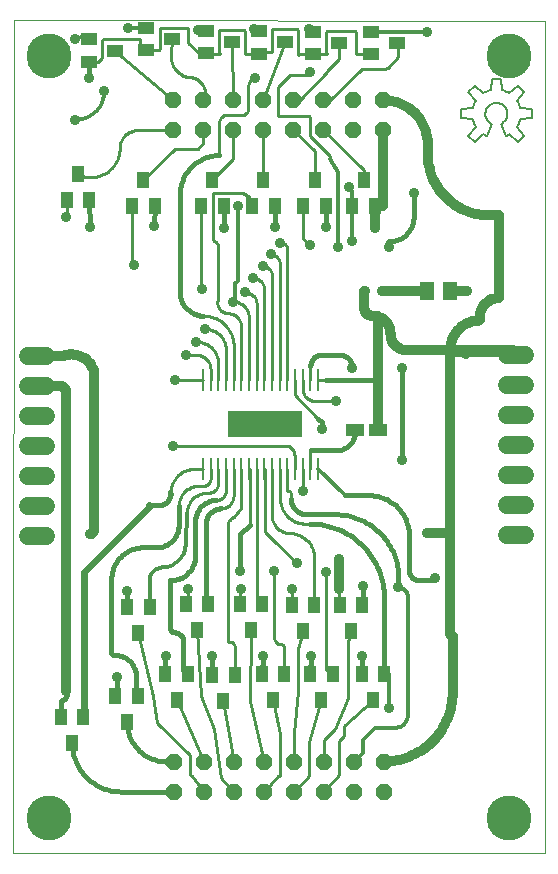
<source format=gtl>
G75*
G70*
%OFA0B0*%
%FSLAX24Y24*%
%IPPOS*%
%LPD*%
%AMOC8*
5,1,8,0,0,1.08239X$1,22.5*
%
%ADD10C,0.0000*%
%ADD11OC8,0.0560*%
%ADD12R,0.0394X0.0551*%
%ADD13R,0.0551X0.0394*%
%ADD14C,0.0600*%
%ADD15R,0.0315X0.0315*%
%ADD16R,0.0512X0.0630*%
%ADD17R,0.0110X0.0780*%
%ADD18R,0.2500X0.0900*%
%ADD19C,0.0436*%
%ADD20R,0.0591X0.0394*%
%ADD21C,0.0160*%
%ADD22C,0.0100*%
%ADD23C,0.0079*%
%ADD24C,0.1502*%
%ADD25C,0.0356*%
%ADD26C,0.0320*%
%ADD27C,0.0120*%
%ADD28C,0.0060*%
%ADD29C,0.0240*%
D10*
X001415Y000100D02*
X001454Y027856D01*
X019132Y027844D01*
X019132Y000100D01*
X001415Y000100D01*
D11*
X006769Y002155D03*
X006769Y003155D03*
X007769Y003155D03*
X007769Y002155D03*
X008769Y002155D03*
X008769Y003155D03*
X009769Y003155D03*
X009769Y002155D03*
X010769Y002155D03*
X010769Y003155D03*
X011769Y003155D03*
X011769Y002155D03*
X012769Y002155D03*
X012769Y003155D03*
X013769Y003155D03*
X013769Y002155D03*
X013754Y024198D03*
X013754Y025198D03*
X012754Y025198D03*
X012754Y024198D03*
X011754Y024198D03*
X011754Y025198D03*
X010754Y025198D03*
X010754Y024198D03*
X009754Y024198D03*
X009754Y025198D03*
X008754Y025198D03*
X008754Y024198D03*
X007754Y024198D03*
X007754Y025198D03*
X006754Y025198D03*
X006754Y024198D03*
D12*
X005754Y022529D03*
X006128Y021663D03*
X005380Y021663D03*
X003946Y021860D03*
X003572Y022726D03*
X003198Y021860D03*
X007679Y021663D03*
X008427Y021663D03*
X008053Y022529D03*
X009380Y021671D03*
X009754Y022537D03*
X010128Y021671D03*
X011088Y021671D03*
X011462Y022537D03*
X011836Y021671D03*
X012718Y021671D03*
X013092Y022537D03*
X013466Y021671D03*
X013041Y008387D03*
X012667Y007521D03*
X012293Y008387D03*
X011443Y008387D03*
X011069Y007521D03*
X010694Y008387D03*
X009718Y008395D03*
X009344Y007529D03*
X008970Y008395D03*
X007911Y008395D03*
X007537Y007529D03*
X007163Y008395D03*
X005958Y008317D03*
X005584Y007450D03*
X005210Y008317D03*
X006482Y006072D03*
X006856Y005206D03*
X007230Y006072D03*
X008041Y006033D03*
X008415Y005167D03*
X008789Y006033D03*
X009706Y006072D03*
X010080Y005206D03*
X010454Y006072D03*
X011313Y006065D03*
X011687Y005198D03*
X012061Y006065D03*
X013029Y006065D03*
X013403Y005198D03*
X013777Y006065D03*
X005569Y005348D03*
X005194Y004482D03*
X004820Y005348D03*
X003746Y004639D03*
X003372Y003773D03*
X002998Y004639D03*
D13*
X003923Y026478D03*
X003923Y027226D03*
X004789Y026852D03*
X005852Y026856D03*
X005852Y027604D03*
X006718Y027230D03*
X007828Y027517D03*
X007828Y026769D03*
X008694Y027143D03*
X009600Y027502D03*
X009600Y026754D03*
X010466Y027128D03*
X011411Y027486D03*
X011411Y026738D03*
X012277Y027112D03*
X013348Y027478D03*
X013348Y026730D03*
X014214Y027104D03*
D14*
X017887Y016722D02*
X018487Y016722D01*
X018487Y015722D02*
X017887Y015722D01*
X017887Y014722D02*
X018487Y014722D01*
X018487Y013722D02*
X017887Y013722D01*
X017887Y012722D02*
X018487Y012722D01*
X018487Y011722D02*
X017887Y011722D01*
X017887Y010722D02*
X018487Y010722D01*
X002502Y010683D02*
X001902Y010683D01*
X001902Y011683D02*
X002502Y011683D01*
X002502Y012683D02*
X001902Y012683D01*
X001902Y013683D02*
X002502Y013683D01*
X002502Y014683D02*
X001902Y014683D01*
X001902Y015683D02*
X002502Y015683D01*
X002502Y016683D02*
X001902Y016683D01*
D15*
X013128Y018840D03*
X013718Y018840D03*
D16*
X015214Y018840D03*
X015962Y018840D03*
D17*
X011572Y015868D03*
X011317Y015868D03*
X011061Y015868D03*
X010805Y015868D03*
X010549Y015868D03*
X010293Y015868D03*
X010037Y015868D03*
X009781Y015868D03*
X009525Y015868D03*
X009269Y015868D03*
X009013Y015868D03*
X008757Y015868D03*
X008502Y015868D03*
X008246Y015868D03*
X007990Y015868D03*
X007734Y015868D03*
X007734Y012915D03*
X007990Y012915D03*
X008246Y012915D03*
X008502Y012915D03*
X008757Y012915D03*
X009013Y012915D03*
X009269Y012915D03*
X009525Y012915D03*
X009781Y012915D03*
X010037Y012915D03*
X010293Y012915D03*
X010549Y012915D03*
X010805Y012915D03*
X011061Y012915D03*
X011317Y012915D03*
X011572Y012915D03*
D18*
X009789Y014391D03*
D19*
X009446Y014194D03*
X009446Y014588D03*
X008856Y014588D03*
X008856Y014194D03*
X010037Y014194D03*
X010037Y014588D03*
X010628Y014588D03*
X010628Y014194D03*
D20*
X012817Y014194D03*
X013557Y014194D03*
D21*
X014368Y013210D02*
X014368Y016281D01*
X013557Y015887D02*
X011848Y015887D01*
X011317Y016340D02*
X011319Y016377D01*
X011324Y016413D01*
X011333Y016449D01*
X011345Y016483D01*
X011361Y016516D01*
X011380Y016548D01*
X011402Y016577D01*
X011427Y016604D01*
X011454Y016629D01*
X011483Y016651D01*
X011515Y016670D01*
X011548Y016686D01*
X011582Y016698D01*
X011618Y016707D01*
X011654Y016712D01*
X011691Y016714D01*
X012281Y016714D01*
X012321Y016712D01*
X012361Y016707D01*
X012399Y016697D01*
X012437Y016685D01*
X012474Y016669D01*
X012509Y016649D01*
X012542Y016627D01*
X012573Y016601D01*
X012601Y016573D01*
X012627Y016542D01*
X012649Y016509D01*
X012669Y016474D01*
X012685Y016437D01*
X012697Y016399D01*
X012707Y016361D01*
X012712Y016321D01*
X012714Y016281D01*
X011572Y014588D02*
X011691Y014470D01*
X011691Y014234D01*
X012147Y013525D02*
X012197Y013527D01*
X012247Y013532D01*
X012296Y013542D01*
X012344Y013555D01*
X012391Y013571D01*
X012437Y013591D01*
X012482Y013615D01*
X012524Y013641D01*
X012564Y013671D01*
X012602Y013704D01*
X012637Y013739D01*
X012670Y013777D01*
X012700Y013817D01*
X012726Y013860D01*
X012750Y013904D01*
X012770Y013950D01*
X012786Y013997D01*
X012799Y014045D01*
X012809Y014094D01*
X012814Y014144D01*
X012816Y014194D01*
X012147Y013525D02*
X011336Y013525D01*
X010667Y011911D02*
X010669Y011869D01*
X010674Y011827D01*
X010683Y011785D01*
X010695Y011745D01*
X010710Y011705D01*
X010729Y011667D01*
X010750Y011631D01*
X010775Y011597D01*
X010802Y011564D01*
X010832Y011534D01*
X010865Y011507D01*
X010899Y011482D01*
X010935Y011461D01*
X010973Y011442D01*
X011013Y011427D01*
X011053Y011415D01*
X011095Y011406D01*
X011137Y011401D01*
X011179Y011399D01*
X012124Y011399D01*
X012458Y012029D02*
X013226Y012029D01*
X013298Y012030D01*
X013371Y012026D01*
X013443Y012018D01*
X013514Y012007D01*
X013585Y011991D01*
X013655Y011972D01*
X013724Y011949D01*
X013791Y011922D01*
X013857Y011892D01*
X013921Y011858D01*
X013984Y011821D01*
X014044Y011780D01*
X014101Y011737D01*
X014157Y011690D01*
X014210Y011640D01*
X014260Y011587D01*
X014307Y011532D01*
X014351Y011475D01*
X014392Y011415D01*
X014429Y011353D01*
X014463Y011289D01*
X014494Y011223D01*
X014521Y011156D01*
X014544Y011087D01*
X014564Y011017D01*
X014579Y010946D01*
X014591Y010875D01*
X014599Y010803D01*
X014603Y010730D01*
X014604Y010730D02*
X014604Y009588D01*
X014919Y009194D02*
X015391Y009194D01*
X015406Y009196D01*
X015421Y009200D01*
X015435Y009207D01*
X015447Y009217D01*
X015457Y009229D01*
X015464Y009243D01*
X015468Y009258D01*
X015470Y009273D01*
X014919Y009194D02*
X014882Y009200D01*
X014846Y009210D01*
X014811Y009224D01*
X014778Y009241D01*
X014746Y009261D01*
X014718Y009285D01*
X014691Y009312D01*
X014668Y009341D01*
X014648Y009372D01*
X014631Y009406D01*
X014618Y009441D01*
X014608Y009477D01*
X014603Y009514D01*
X014601Y009551D01*
X014603Y009588D01*
X014250Y009273D02*
X014250Y008958D01*
X013777Y008604D02*
X013777Y006065D01*
X013029Y006065D02*
X013029Y006675D01*
X013041Y008387D02*
X013050Y008388D01*
X013057Y008392D01*
X013064Y008399D01*
X013068Y008406D01*
X013069Y008415D01*
X013069Y008998D01*
X014250Y009273D02*
X014248Y009374D01*
X014240Y009475D01*
X014228Y009576D01*
X014212Y009675D01*
X014190Y009774D01*
X014164Y009872D01*
X014133Y009968D01*
X014098Y010063D01*
X014058Y010156D01*
X014014Y010247D01*
X013965Y010336D01*
X013913Y010422D01*
X013856Y010506D01*
X013795Y010587D01*
X013731Y010665D01*
X013663Y010740D01*
X013591Y010812D01*
X013516Y010880D01*
X013438Y010944D01*
X013357Y011005D01*
X013273Y011062D01*
X013187Y011114D01*
X013098Y011163D01*
X013007Y011207D01*
X012914Y011247D01*
X012819Y011282D01*
X012723Y011313D01*
X012625Y011339D01*
X012526Y011361D01*
X012427Y011377D01*
X012326Y011389D01*
X012225Y011397D01*
X012124Y011399D01*
X011297Y011084D02*
X011415Y011081D01*
X011533Y011073D01*
X011650Y011059D01*
X011766Y011039D01*
X011882Y011014D01*
X011996Y010984D01*
X012108Y010948D01*
X012219Y010906D01*
X012327Y010860D01*
X012433Y010808D01*
X012537Y010752D01*
X012638Y010690D01*
X012736Y010624D01*
X012830Y010553D01*
X012921Y010478D01*
X013008Y010399D01*
X013092Y010315D01*
X013171Y010228D01*
X013246Y010137D01*
X013317Y010043D01*
X013383Y009945D01*
X013445Y009844D01*
X013501Y009740D01*
X013553Y009634D01*
X013599Y009526D01*
X013641Y009415D01*
X013677Y009303D01*
X013707Y009189D01*
X013732Y009073D01*
X013752Y008957D01*
X013766Y008840D01*
X013774Y008722D01*
X013777Y008604D01*
X011336Y006675D02*
X011313Y006065D01*
X009706Y006072D02*
X009722Y006675D01*
X008029Y006675D02*
X008041Y006033D01*
X007230Y006072D02*
X007207Y006074D01*
X007185Y006079D01*
X007164Y006088D01*
X007144Y006100D01*
X007127Y006115D01*
X007112Y006132D01*
X007100Y006152D01*
X007091Y006173D01*
X007086Y006195D01*
X007084Y006218D01*
X007084Y007147D01*
X007082Y007180D01*
X007077Y007212D01*
X007069Y007244D01*
X007057Y007275D01*
X007042Y007305D01*
X007024Y007332D01*
X007003Y007358D01*
X006980Y007381D01*
X006954Y007402D01*
X006927Y007420D01*
X006897Y007435D01*
X006866Y007447D01*
X006834Y007455D01*
X006802Y007460D01*
X006769Y007462D01*
X006749Y007464D01*
X006729Y007469D01*
X006710Y007478D01*
X006693Y007490D01*
X006679Y007504D01*
X006667Y007521D01*
X006658Y007540D01*
X006653Y007560D01*
X006651Y007580D01*
X006651Y009194D01*
X006707Y009196D01*
X006764Y009202D01*
X006819Y009211D01*
X006874Y009225D01*
X006928Y009242D01*
X006980Y009262D01*
X007031Y009287D01*
X007081Y009314D01*
X007128Y009345D01*
X007173Y009379D01*
X007215Y009417D01*
X007255Y009457D01*
X007293Y009499D01*
X007327Y009544D01*
X007358Y009591D01*
X007385Y009641D01*
X007410Y009692D01*
X007430Y009744D01*
X007447Y009798D01*
X007461Y009853D01*
X007470Y009908D01*
X007476Y009965D01*
X007478Y010021D01*
X007478Y011163D01*
X007832Y011084D02*
X007832Y008565D01*
X007911Y008395D01*
X008974Y009509D02*
X008974Y010730D01*
X009289Y011045D01*
X008344Y011596D02*
X008302Y011594D01*
X008260Y011589D01*
X008218Y011580D01*
X008178Y011568D01*
X008138Y011553D01*
X008100Y011534D01*
X008064Y011513D01*
X008030Y011488D01*
X007997Y011461D01*
X007967Y011431D01*
X007940Y011398D01*
X007915Y011364D01*
X007894Y011328D01*
X007875Y011290D01*
X007860Y011250D01*
X007848Y011210D01*
X007839Y011168D01*
X007834Y011126D01*
X007832Y011084D01*
X007478Y011163D02*
X007480Y011214D01*
X007485Y011264D01*
X007494Y011314D01*
X007507Y011363D01*
X007523Y011411D01*
X007542Y011458D01*
X007565Y011503D01*
X007591Y011546D01*
X007619Y011588D01*
X007651Y011627D01*
X007686Y011664D01*
X007723Y011699D01*
X007762Y011731D01*
X007804Y011759D01*
X007847Y011785D01*
X007892Y011808D01*
X007939Y011827D01*
X007987Y011843D01*
X008036Y011856D01*
X008086Y011865D01*
X008136Y011870D01*
X008187Y011872D01*
X006927Y011675D02*
X006927Y011084D01*
X006336Y011714D02*
X005943Y011714D01*
X006336Y011714D02*
X006373Y011721D01*
X006408Y011732D01*
X006442Y011747D01*
X006475Y011765D01*
X006506Y011786D01*
X006534Y011810D01*
X006560Y011836D01*
X006584Y011865D01*
X006604Y011896D01*
X006621Y011929D01*
X006635Y011964D01*
X006645Y011999D01*
X006652Y012036D01*
X006656Y012073D01*
X006655Y012110D01*
X006651Y012147D01*
X006927Y011084D02*
X006928Y011031D01*
X006925Y010978D01*
X006918Y010924D01*
X006908Y010872D01*
X006894Y010820D01*
X006876Y010770D01*
X006854Y010721D01*
X006830Y010674D01*
X006801Y010628D01*
X006770Y010585D01*
X006736Y010544D01*
X006699Y010506D01*
X006659Y010470D01*
X006616Y010437D01*
X006572Y010407D01*
X006526Y010381D01*
X006477Y010358D01*
X006427Y010338D01*
X006376Y010322D01*
X006324Y010310D01*
X006272Y010302D01*
X006218Y010297D01*
X005746Y010297D01*
X005682Y010295D01*
X005618Y010289D01*
X005554Y010280D01*
X005492Y010266D01*
X005430Y010249D01*
X005369Y010228D01*
X005310Y010203D01*
X005252Y010175D01*
X005196Y010144D01*
X005142Y010109D01*
X005090Y010071D01*
X005041Y010030D01*
X004994Y009986D01*
X004950Y009939D01*
X004909Y009890D01*
X004871Y009838D01*
X004836Y009784D01*
X004805Y009728D01*
X004777Y009670D01*
X004752Y009611D01*
X004731Y009550D01*
X004714Y009488D01*
X004700Y009426D01*
X004691Y009362D01*
X004685Y009298D01*
X004683Y009234D01*
X004683Y006793D01*
X004682Y006793D02*
X004684Y006778D01*
X004688Y006763D01*
X004695Y006749D01*
X004705Y006737D01*
X004717Y006727D01*
X004731Y006720D01*
X004746Y006716D01*
X004761Y006714D01*
X004814Y006712D01*
X004867Y006706D01*
X004920Y006697D01*
X004972Y006684D01*
X005022Y006667D01*
X005072Y006646D01*
X005119Y006623D01*
X005165Y006595D01*
X005209Y006565D01*
X005251Y006531D01*
X005290Y006495D01*
X005326Y006456D01*
X005360Y006414D01*
X005390Y006370D01*
X005418Y006324D01*
X005441Y006277D01*
X005462Y006227D01*
X005479Y006177D01*
X005492Y006125D01*
X005501Y006072D01*
X005507Y006019D01*
X005509Y005966D01*
X005509Y005407D01*
X005510Y005407D02*
X005511Y005394D01*
X005516Y005381D01*
X005523Y005370D01*
X005532Y005361D01*
X005543Y005354D01*
X005556Y005349D01*
X005569Y005348D01*
X004880Y005407D02*
X004880Y005966D01*
X004879Y005407D02*
X004878Y005394D01*
X004873Y005381D01*
X004866Y005370D01*
X004857Y005361D01*
X004846Y005354D01*
X004833Y005349D01*
X004820Y005348D01*
X003746Y004639D02*
X003742Y004640D01*
X003739Y004643D01*
X003738Y004647D01*
X002998Y004639D02*
X002998Y005171D01*
X003026Y005180D01*
X003053Y005192D01*
X003079Y005207D01*
X003103Y005225D01*
X003124Y005246D01*
X003143Y005268D01*
X003160Y005293D01*
X003173Y005320D01*
X003184Y005347D01*
X003191Y005376D01*
X003195Y005406D01*
X003196Y005435D01*
X003193Y005465D01*
X003187Y005494D01*
X003372Y003773D02*
X003374Y003694D01*
X003380Y003614D01*
X003390Y003536D01*
X003403Y003457D01*
X003420Y003380D01*
X003442Y003303D01*
X003467Y003228D01*
X003495Y003154D01*
X003527Y003081D01*
X003563Y003010D01*
X003602Y002941D01*
X003645Y002874D01*
X003690Y002809D01*
X003739Y002747D01*
X003791Y002686D01*
X003846Y002629D01*
X003903Y002574D01*
X003964Y002522D01*
X004026Y002473D01*
X004091Y002428D01*
X004158Y002385D01*
X004227Y002346D01*
X004298Y002310D01*
X004371Y002278D01*
X004445Y002250D01*
X004520Y002225D01*
X004597Y002203D01*
X004674Y002186D01*
X004753Y002173D01*
X004831Y002163D01*
X004911Y002157D01*
X004990Y002155D01*
X006769Y002155D01*
X006769Y003155D02*
X006521Y003155D01*
X006449Y003157D01*
X006378Y003163D01*
X006306Y003172D01*
X006236Y003186D01*
X006166Y003203D01*
X006097Y003224D01*
X006030Y003249D01*
X005964Y003278D01*
X005899Y003310D01*
X005837Y003345D01*
X005776Y003384D01*
X005718Y003426D01*
X005662Y003471D01*
X005608Y003519D01*
X005558Y003569D01*
X005510Y003623D01*
X005465Y003679D01*
X005423Y003737D01*
X005384Y003798D01*
X005349Y003860D01*
X005317Y003925D01*
X005288Y003991D01*
X005263Y004058D01*
X005242Y004127D01*
X005225Y004197D01*
X005211Y004267D01*
X005202Y004339D01*
X005196Y004410D01*
X005194Y004482D01*
X006482Y006072D02*
X006482Y006663D01*
X006494Y006675D01*
X005210Y008317D02*
X005210Y008824D01*
X005194Y008840D01*
X006966Y018801D02*
X006966Y022069D01*
X006128Y021663D02*
X006100Y021006D01*
X006967Y018801D02*
X006969Y018747D01*
X006974Y018694D01*
X006983Y018641D01*
X006996Y018589D01*
X007012Y018537D01*
X007032Y018487D01*
X007055Y018439D01*
X007082Y018392D01*
X007111Y018347D01*
X007144Y018304D01*
X007179Y018264D01*
X007217Y018226D01*
X007257Y018191D01*
X007300Y018158D01*
X007345Y018129D01*
X007392Y018102D01*
X007440Y018079D01*
X007490Y018059D01*
X007542Y018043D01*
X007594Y018030D01*
X007647Y018021D01*
X007700Y018016D01*
X007754Y018014D01*
X008423Y020927D02*
X008427Y021663D01*
X006966Y022069D02*
X006968Y022139D01*
X006974Y022209D01*
X006983Y022279D01*
X006996Y022348D01*
X007013Y022417D01*
X007034Y022484D01*
X007058Y022550D01*
X007086Y022614D01*
X007117Y022677D01*
X007152Y022739D01*
X007190Y022798D01*
X007231Y022855D01*
X007275Y022910D01*
X007322Y022962D01*
X007372Y023012D01*
X007424Y023059D01*
X007479Y023103D01*
X007536Y023144D01*
X007595Y023182D01*
X007657Y023217D01*
X007720Y023248D01*
X007784Y023276D01*
X007850Y023300D01*
X007917Y023321D01*
X007986Y023338D01*
X008055Y023351D01*
X008125Y023360D01*
X008195Y023366D01*
X008265Y023368D01*
X010128Y021671D02*
X010155Y020966D01*
X011848Y020966D02*
X011836Y021671D01*
X013935Y020493D02*
X013991Y020495D01*
X014048Y020501D01*
X014103Y020510D01*
X014158Y020524D01*
X014212Y020541D01*
X014264Y020561D01*
X014315Y020586D01*
X014365Y020613D01*
X014412Y020644D01*
X014457Y020678D01*
X014499Y020716D01*
X014539Y020756D01*
X014577Y020798D01*
X014611Y020843D01*
X014642Y020890D01*
X014669Y020940D01*
X014694Y020991D01*
X014714Y021043D01*
X014731Y021097D01*
X014745Y021152D01*
X014754Y021207D01*
X014760Y021264D01*
X014762Y021320D01*
X014761Y021320D02*
X014761Y022108D01*
X003946Y021860D02*
X003974Y020966D01*
X003935Y025927D02*
X003930Y025928D01*
X003927Y025931D01*
X003924Y025934D01*
X003923Y025939D01*
X003923Y026478D01*
D22*
X004250Y026478D01*
X004368Y026596D01*
X004368Y027187D01*
X004407Y027226D01*
X005628Y027226D01*
X005628Y026883D01*
X005852Y026856D01*
X005868Y026872D01*
X006257Y026872D01*
X006297Y026911D01*
X006297Y027620D01*
X007242Y027620D01*
X007242Y027108D01*
X007620Y026769D01*
X007828Y026769D01*
X007844Y026754D01*
X008305Y026754D01*
X008265Y026793D01*
X008265Y027541D01*
X009092Y027541D01*
X009132Y027502D01*
X009132Y026754D01*
X009600Y026754D01*
X009639Y026793D01*
X010037Y026793D01*
X010037Y027580D01*
X010864Y027580D01*
X010903Y027541D01*
X010903Y026714D01*
X010927Y026738D01*
X011411Y026738D01*
X011427Y026754D01*
X011887Y026754D01*
X011848Y026793D01*
X011848Y027462D01*
X011887Y027502D01*
X012793Y027502D01*
X012832Y027462D01*
X012832Y026754D01*
X012856Y026730D01*
X013348Y026730D01*
X013029Y026242D02*
X013817Y026242D01*
X013856Y026281D01*
X013895Y026281D01*
X014250Y026635D01*
X014250Y027069D01*
X014214Y027104D01*
X013029Y026242D02*
X011986Y025198D01*
X011754Y025198D01*
X011257Y024667D02*
X010234Y024667D01*
X010234Y025651D01*
X010628Y026045D01*
X011218Y026045D01*
X011297Y026124D01*
X011887Y026124D02*
X010962Y025198D01*
X010754Y025198D01*
X011257Y024667D02*
X011297Y024628D01*
X011297Y023998D01*
X011966Y023328D01*
X011966Y023250D01*
X011462Y023490D02*
X010754Y024198D01*
X011462Y023490D02*
X011462Y022537D01*
X011088Y021671D02*
X011088Y020584D01*
X011297Y020376D01*
X010549Y020218D02*
X010549Y015868D01*
X010805Y015868D02*
X010805Y015356D01*
X011572Y014588D01*
X011454Y015179D02*
X012163Y015179D01*
X011848Y015887D02*
X011592Y015887D01*
X011572Y015868D01*
X011317Y015868D02*
X011317Y016340D01*
X011061Y015868D02*
X011061Y015572D01*
X011060Y015572D02*
X011062Y015533D01*
X011068Y015495D01*
X011077Y015458D01*
X011090Y015421D01*
X011107Y015386D01*
X011126Y015353D01*
X011149Y015322D01*
X011175Y015293D01*
X011204Y015267D01*
X011235Y015244D01*
X011268Y015225D01*
X011303Y015208D01*
X011340Y015195D01*
X011377Y015186D01*
X011415Y015180D01*
X011454Y015178D01*
X010470Y013683D02*
X006730Y013683D01*
X007537Y012915D02*
X007734Y012915D01*
X007990Y012915D02*
X007990Y012580D01*
X008246Y012443D02*
X008244Y012408D01*
X008239Y012373D01*
X008230Y012339D01*
X008217Y012307D01*
X008201Y012275D01*
X008182Y012246D01*
X008160Y012219D01*
X008135Y012194D01*
X008108Y012172D01*
X008078Y012153D01*
X008047Y012137D01*
X008015Y012124D01*
X007981Y012115D01*
X007946Y012110D01*
X007911Y012108D01*
X007872Y012108D01*
X007754Y012344D02*
X007596Y012344D01*
X007537Y012915D02*
X007480Y012917D01*
X007424Y012915D01*
X007368Y012910D01*
X007312Y012900D01*
X007257Y012887D01*
X007203Y012870D01*
X007150Y012849D01*
X007099Y012825D01*
X007049Y012798D01*
X007002Y012767D01*
X006957Y012733D01*
X006914Y012696D01*
X006874Y012656D01*
X006837Y012613D01*
X006802Y012568D01*
X006771Y012521D01*
X006743Y012472D01*
X006719Y012421D01*
X006698Y012368D01*
X006680Y012314D01*
X006667Y012259D01*
X006657Y012203D01*
X006651Y012147D01*
X006927Y011675D02*
X006929Y011725D01*
X006934Y011775D01*
X006944Y011824D01*
X006957Y011872D01*
X006973Y011919D01*
X006993Y011965D01*
X007017Y012010D01*
X007043Y012052D01*
X007073Y012092D01*
X007106Y012130D01*
X007141Y012165D01*
X007179Y012198D01*
X007219Y012228D01*
X007262Y012254D01*
X007306Y012278D01*
X007352Y012298D01*
X007399Y012314D01*
X007447Y012327D01*
X007496Y012337D01*
X007546Y012342D01*
X007596Y012344D01*
X007754Y012344D02*
X007782Y012346D01*
X007810Y012351D01*
X007838Y012359D01*
X007864Y012371D01*
X007888Y012386D01*
X007910Y012403D01*
X007931Y012424D01*
X007948Y012446D01*
X007963Y012470D01*
X007975Y012496D01*
X007983Y012524D01*
X007988Y012552D01*
X007990Y012580D01*
X008246Y012443D02*
X008246Y012915D01*
X008502Y012915D02*
X008502Y012187D01*
X008757Y012009D02*
X008755Y011971D01*
X008750Y011933D01*
X008741Y011896D01*
X008729Y011860D01*
X008714Y011825D01*
X008695Y011792D01*
X008674Y011760D01*
X008649Y011731D01*
X008622Y011704D01*
X008593Y011679D01*
X008561Y011658D01*
X008528Y011639D01*
X008493Y011624D01*
X008457Y011612D01*
X008420Y011603D01*
X008382Y011598D01*
X008344Y011596D01*
X007872Y012108D02*
X007822Y012106D01*
X007772Y012101D01*
X007723Y012091D01*
X007675Y012078D01*
X007628Y012062D01*
X007582Y012042D01*
X007538Y012018D01*
X007495Y011992D01*
X007455Y011962D01*
X007417Y011929D01*
X007382Y011894D01*
X007349Y011856D01*
X007319Y011816D01*
X007293Y011774D01*
X007269Y011729D01*
X007249Y011683D01*
X007233Y011636D01*
X007220Y011588D01*
X007210Y011539D01*
X007205Y011489D01*
X007203Y011439D01*
X008187Y011872D02*
X008220Y011874D01*
X008252Y011879D01*
X008284Y011887D01*
X008315Y011899D01*
X008345Y011914D01*
X008372Y011932D01*
X008398Y011953D01*
X008421Y011976D01*
X008442Y012002D01*
X008460Y012030D01*
X008475Y012059D01*
X008487Y012090D01*
X008495Y012122D01*
X008500Y012154D01*
X008502Y012187D01*
X008757Y012009D02*
X008757Y012915D01*
X009013Y012915D02*
X009013Y011596D01*
X008777Y011320D01*
X008777Y011321D02*
X008745Y011307D01*
X008714Y011289D01*
X008686Y011269D01*
X008659Y011245D01*
X008636Y011219D01*
X008615Y011191D01*
X008597Y011161D01*
X008582Y011129D01*
X008571Y011095D01*
X008564Y011061D01*
X008560Y011026D01*
X008559Y010991D01*
X008563Y010956D01*
X008570Y010922D01*
X008580Y010888D01*
X008580Y010887D02*
X008580Y007147D01*
X008581Y007147D02*
X008605Y007151D01*
X008630Y007152D01*
X008655Y007149D01*
X008678Y007142D01*
X008701Y007132D01*
X008722Y007119D01*
X008741Y007103D01*
X008758Y007084D01*
X008772Y007064D01*
X008782Y007041D01*
X008789Y007017D01*
X008789Y006033D01*
X008415Y005167D02*
X008769Y003155D01*
X008344Y002620D02*
X008108Y004234D01*
X007675Y005336D01*
X007537Y007529D01*
X007242Y008395D02*
X007242Y008919D01*
X007242Y008395D02*
X007163Y008395D01*
X005584Y007450D02*
X006061Y005336D01*
X006218Y004431D01*
X007320Y003368D01*
X007320Y002698D01*
X007360Y002659D01*
X007769Y002155D01*
X008344Y002620D02*
X008769Y002155D01*
X009769Y002155D02*
X010234Y002659D01*
X010313Y002659D01*
X010313Y004076D01*
X010080Y005206D01*
X010454Y006072D02*
X010454Y006927D01*
X010455Y006927D02*
X010453Y006949D01*
X010448Y006971D01*
X010440Y006991D01*
X010428Y007010D01*
X010413Y007027D01*
X010396Y007042D01*
X010377Y007054D01*
X010357Y007062D01*
X010335Y007067D01*
X010313Y007069D01*
X010313Y007068D02*
X010287Y007070D01*
X010262Y007075D01*
X010238Y007083D01*
X010215Y007094D01*
X010193Y007109D01*
X010174Y007126D01*
X010157Y007145D01*
X010142Y007167D01*
X010131Y007190D01*
X010123Y007214D01*
X010118Y007239D01*
X010116Y007265D01*
X010116Y009509D01*
X009525Y008801D02*
X009527Y008759D01*
X009532Y008717D01*
X009540Y008676D01*
X009552Y008635D01*
X009567Y008596D01*
X009585Y008557D01*
X009606Y008521D01*
X009630Y008486D01*
X009657Y008454D01*
X009686Y008423D01*
X009718Y008395D01*
X009525Y008801D02*
X009525Y012915D01*
X009289Y012915D02*
X009289Y011045D01*
X009801Y010809D02*
X010076Y010533D01*
X010864Y009785D01*
X011443Y009954D02*
X011441Y010010D01*
X011435Y010065D01*
X011426Y010120D01*
X011413Y010174D01*
X011396Y010227D01*
X011376Y010279D01*
X011352Y010329D01*
X011324Y010377D01*
X011294Y010424D01*
X011260Y010468D01*
X011224Y010510D01*
X011184Y010550D01*
X011142Y010586D01*
X011098Y010620D01*
X011051Y010650D01*
X011003Y010678D01*
X010953Y010702D01*
X010901Y010722D01*
X010848Y010739D01*
X010794Y010752D01*
X010739Y010761D01*
X010684Y010767D01*
X010628Y010769D01*
X010582Y010771D01*
X010536Y010776D01*
X010490Y010785D01*
X010445Y010798D01*
X010402Y010814D01*
X010360Y010833D01*
X010319Y010856D01*
X010281Y010882D01*
X010244Y010911D01*
X010210Y010942D01*
X010179Y010976D01*
X010150Y011013D01*
X010124Y011051D01*
X010101Y011092D01*
X010082Y011134D01*
X010066Y011177D01*
X010053Y011222D01*
X010044Y011268D01*
X010039Y011314D01*
X010037Y011360D01*
X010037Y012915D01*
X010293Y012915D02*
X010301Y012913D01*
X010307Y012909D01*
X010311Y012903D01*
X010313Y012895D01*
X010313Y011911D01*
X010549Y012187D02*
X010569Y012185D01*
X010589Y012180D01*
X010608Y012171D01*
X010625Y012159D01*
X010639Y012145D01*
X010651Y012128D01*
X010660Y012109D01*
X010665Y012089D01*
X010667Y012069D01*
X010667Y011911D01*
X010549Y012187D02*
X010549Y012915D01*
X010805Y012915D02*
X010805Y013368D01*
X010785Y013368D01*
X010783Y013401D01*
X010778Y013433D01*
X010770Y013465D01*
X010758Y013496D01*
X010743Y013526D01*
X010725Y013553D01*
X010704Y013579D01*
X010681Y013602D01*
X010655Y013623D01*
X010628Y013641D01*
X010598Y013656D01*
X010567Y013668D01*
X010535Y013676D01*
X010503Y013681D01*
X010470Y013683D01*
X011061Y012915D02*
X011061Y012187D01*
X010312Y011911D02*
X010314Y011855D01*
X010320Y011798D01*
X010329Y011743D01*
X010343Y011688D01*
X010360Y011634D01*
X010380Y011582D01*
X010405Y011531D01*
X010432Y011481D01*
X010463Y011434D01*
X010497Y011389D01*
X010535Y011347D01*
X010575Y011307D01*
X010617Y011269D01*
X010662Y011235D01*
X010709Y011204D01*
X010759Y011177D01*
X010810Y011152D01*
X010862Y011132D01*
X010916Y011115D01*
X010971Y011101D01*
X011026Y011092D01*
X011083Y011086D01*
X011139Y011084D01*
X011297Y011084D01*
X011443Y009954D02*
X011443Y008387D01*
X011069Y007521D02*
X010903Y006911D01*
X010903Y005494D01*
X010785Y004116D01*
X010769Y003155D01*
X011257Y002659D02*
X011257Y003801D01*
X011687Y005198D01*
X012557Y005257D02*
X012124Y004234D01*
X011769Y003880D01*
X011769Y003155D01*
X011257Y002659D02*
X010769Y002155D01*
X011769Y002155D02*
X011769Y002187D01*
X012281Y002698D01*
X012281Y003840D01*
X012439Y003998D01*
X012439Y004352D01*
X013403Y005198D01*
X012557Y005257D02*
X012557Y007147D01*
X012667Y007521D01*
X012320Y008387D02*
X012320Y008407D01*
X012281Y008407D01*
X012281Y008919D01*
X012293Y008387D02*
X012320Y008387D01*
X011848Y009470D02*
X011848Y006277D01*
X011850Y006249D01*
X011855Y006222D01*
X011864Y006195D01*
X011877Y006171D01*
X011892Y006147D01*
X011910Y006126D01*
X011931Y006108D01*
X011955Y006093D01*
X011979Y006080D01*
X012006Y006071D01*
X012033Y006066D01*
X012061Y006064D01*
X010706Y008387D02*
X010706Y008919D01*
X010694Y008387D02*
X010706Y008387D01*
X009344Y007529D02*
X009289Y005179D01*
X009769Y003155D01*
X007769Y003155D02*
X006856Y005206D01*
X008970Y008395D02*
X008970Y008919D01*
X009013Y008919D01*
X009801Y010809D02*
X009801Y012895D01*
X009781Y012915D01*
X009289Y012915D02*
X009269Y012915D01*
X011317Y012915D02*
X011317Y013506D01*
X011316Y013506D02*
X011318Y013514D01*
X011322Y013520D01*
X011328Y013524D01*
X011336Y013526D01*
X010293Y015868D02*
X010293Y019765D01*
X010037Y019352D02*
X010037Y015868D01*
X009781Y015868D02*
X009781Y018899D01*
X009525Y018407D02*
X009525Y015868D01*
X009269Y015868D02*
X009269Y017954D01*
X009013Y017659D02*
X009013Y015868D01*
X008757Y015868D02*
X008757Y017009D01*
X008502Y016872D02*
X008502Y015868D01*
X008246Y015868D02*
X008246Y016419D01*
X007990Y016242D02*
X007990Y015868D01*
X007734Y015868D02*
X007714Y015887D01*
X006809Y015887D01*
X007163Y016714D02*
X007517Y016714D01*
X007517Y017147D02*
X007569Y017145D01*
X007621Y017140D01*
X007672Y017130D01*
X007722Y017118D01*
X007771Y017101D01*
X007819Y017081D01*
X007866Y017058D01*
X007911Y017031D01*
X007953Y017002D01*
X007994Y016969D01*
X008032Y016934D01*
X008067Y016896D01*
X008100Y016855D01*
X008129Y016813D01*
X008156Y016768D01*
X008179Y016721D01*
X008199Y016673D01*
X008216Y016624D01*
X008228Y016574D01*
X008238Y016523D01*
X008243Y016471D01*
X008245Y016419D01*
X008502Y016872D02*
X008500Y016923D01*
X008495Y016973D01*
X008486Y017023D01*
X008473Y017072D01*
X008457Y017120D01*
X008438Y017167D01*
X008415Y017212D01*
X008389Y017255D01*
X008361Y017297D01*
X008329Y017336D01*
X008294Y017373D01*
X008257Y017408D01*
X008218Y017440D01*
X008176Y017468D01*
X008133Y017494D01*
X008088Y017517D01*
X008041Y017536D01*
X007993Y017552D01*
X007944Y017565D01*
X007894Y017574D01*
X007844Y017579D01*
X007793Y017581D01*
X007754Y018013D02*
X007815Y018011D01*
X007875Y018006D01*
X007935Y017997D01*
X007994Y017984D01*
X008053Y017968D01*
X008110Y017948D01*
X008166Y017925D01*
X008221Y017898D01*
X008273Y017868D01*
X008324Y017835D01*
X008373Y017799D01*
X008420Y017761D01*
X008464Y017719D01*
X008506Y017675D01*
X008544Y017628D01*
X008580Y017579D01*
X008613Y017528D01*
X008643Y017476D01*
X008670Y017421D01*
X008693Y017365D01*
X008713Y017308D01*
X008729Y017249D01*
X008742Y017190D01*
X008751Y017130D01*
X008756Y017070D01*
X008758Y017009D01*
X009013Y017659D02*
X009011Y017699D01*
X009006Y017739D01*
X008996Y017777D01*
X008984Y017815D01*
X008968Y017852D01*
X008948Y017887D01*
X008926Y017920D01*
X008900Y017951D01*
X008872Y017979D01*
X008841Y018005D01*
X008808Y018027D01*
X008773Y018047D01*
X008736Y018063D01*
X008698Y018075D01*
X008660Y018085D01*
X008620Y018090D01*
X008580Y018092D01*
X008738Y018485D02*
X008782Y018483D01*
X008825Y018478D01*
X008868Y018469D01*
X008910Y018456D01*
X008951Y018440D01*
X008991Y018421D01*
X009028Y018399D01*
X009064Y018373D01*
X009098Y018345D01*
X009129Y018314D01*
X009157Y018280D01*
X009183Y018244D01*
X009205Y018207D01*
X009224Y018167D01*
X009240Y018126D01*
X009253Y018084D01*
X009262Y018041D01*
X009267Y017998D01*
X009269Y017954D01*
X009526Y018407D02*
X009524Y018446D01*
X009518Y018484D01*
X009509Y018521D01*
X009496Y018558D01*
X009479Y018593D01*
X009460Y018626D01*
X009437Y018657D01*
X009411Y018686D01*
X009382Y018712D01*
X009351Y018735D01*
X009318Y018754D01*
X009283Y018771D01*
X009246Y018784D01*
X009209Y018793D01*
X009171Y018799D01*
X009132Y018801D01*
X009407Y019273D02*
X009444Y019271D01*
X009480Y019266D01*
X009516Y019257D01*
X009550Y019245D01*
X009583Y019229D01*
X009615Y019210D01*
X009644Y019188D01*
X009671Y019163D01*
X009696Y019136D01*
X009718Y019107D01*
X009737Y019075D01*
X009753Y019042D01*
X009765Y019008D01*
X009774Y018972D01*
X009779Y018936D01*
X009781Y018899D01*
X010037Y019352D02*
X010035Y019385D01*
X010030Y019417D01*
X010022Y019449D01*
X010010Y019480D01*
X009995Y019510D01*
X009977Y019537D01*
X009956Y019563D01*
X009933Y019586D01*
X009907Y019607D01*
X009880Y019625D01*
X009850Y019640D01*
X009819Y019652D01*
X009787Y019660D01*
X009755Y019665D01*
X009722Y019667D01*
X009998Y020060D02*
X010031Y020058D01*
X010064Y020053D01*
X010095Y020043D01*
X010126Y020031D01*
X010155Y020015D01*
X010182Y019996D01*
X010207Y019974D01*
X010229Y019949D01*
X010248Y019922D01*
X010264Y019893D01*
X010276Y019862D01*
X010286Y019831D01*
X010291Y019798D01*
X010293Y019765D01*
X010549Y020218D02*
X010547Y020246D01*
X010542Y020274D01*
X010534Y020302D01*
X010522Y020328D01*
X010507Y020352D01*
X010490Y020374D01*
X010469Y020395D01*
X010447Y020412D01*
X010423Y020427D01*
X010397Y020439D01*
X010369Y020447D01*
X010341Y020452D01*
X010313Y020454D01*
X009380Y021671D02*
X009378Y021711D01*
X009373Y021751D01*
X009363Y021791D01*
X009350Y021829D01*
X009334Y021866D01*
X009315Y021901D01*
X009292Y021934D01*
X009266Y021965D01*
X009237Y021994D01*
X009206Y022020D01*
X009173Y022043D01*
X009138Y022062D01*
X009101Y022078D01*
X009063Y022091D01*
X009023Y022101D01*
X008983Y022106D01*
X008943Y022108D01*
X008069Y022108D01*
X008069Y020533D01*
X008108Y020494D01*
X008128Y020492D01*
X008148Y020487D01*
X008167Y020478D01*
X008184Y020466D01*
X008198Y020452D01*
X008210Y020435D01*
X008219Y020416D01*
X008224Y020396D01*
X008226Y020376D01*
X008226Y018525D01*
X008221Y018488D01*
X008219Y018451D01*
X008221Y018413D01*
X008227Y018376D01*
X008237Y018340D01*
X008251Y018305D01*
X008268Y018272D01*
X008289Y018240D01*
X008313Y018211D01*
X008340Y018185D01*
X008369Y018161D01*
X008400Y018141D01*
X008434Y018124D01*
X008469Y018110D01*
X008505Y018101D01*
X008542Y018095D01*
X008580Y018093D01*
X007714Y018919D02*
X007703Y018921D01*
X007693Y018926D01*
X007686Y018933D01*
X007681Y018943D01*
X007679Y018954D01*
X007679Y021663D01*
X008053Y022529D02*
X008754Y023230D01*
X008754Y024198D01*
X008265Y024431D02*
X008267Y024462D01*
X008272Y024492D01*
X008280Y024522D01*
X008292Y024551D01*
X008307Y024578D01*
X008325Y024603D01*
X008346Y024626D01*
X008369Y024647D01*
X008394Y024665D01*
X008421Y024680D01*
X008450Y024692D01*
X008480Y024700D01*
X008510Y024705D01*
X008541Y024707D01*
X008541Y024706D02*
X009013Y024706D01*
X009013Y024707D02*
X009041Y024709D01*
X009069Y024714D01*
X009097Y024722D01*
X009123Y024734D01*
X009147Y024749D01*
X009169Y024766D01*
X009190Y024787D01*
X009207Y024809D01*
X009222Y024833D01*
X009234Y024859D01*
X009242Y024887D01*
X009247Y024915D01*
X009249Y024943D01*
X009250Y024943D02*
X009250Y025691D01*
X009252Y025719D01*
X009257Y025747D01*
X009265Y025775D01*
X009277Y025801D01*
X009292Y025825D01*
X009309Y025847D01*
X009330Y025868D01*
X009352Y025885D01*
X009376Y025900D01*
X009402Y025912D01*
X009430Y025920D01*
X009458Y025925D01*
X009486Y025927D01*
X009754Y025198D02*
X010466Y027128D01*
X011257Y027580D02*
X011257Y027639D01*
X011411Y027486D01*
X012277Y027112D02*
X012281Y027108D01*
X012281Y026557D01*
X011887Y026163D01*
X011887Y026124D01*
X011754Y024198D02*
X013092Y022860D01*
X013092Y022537D01*
X009754Y022537D02*
X009754Y024198D01*
X008754Y025198D02*
X008694Y027143D01*
X009446Y027580D02*
X009521Y027541D01*
X009535Y027544D01*
X009549Y027544D01*
X009562Y027540D01*
X009575Y027534D01*
X009585Y027525D01*
X009594Y027514D01*
X009600Y027502D01*
X007281Y025966D02*
X007231Y025973D01*
X007181Y025985D01*
X007132Y026000D01*
X007084Y026019D01*
X007038Y026041D01*
X006993Y026067D01*
X006951Y026096D01*
X006911Y026128D01*
X006874Y026163D01*
X006839Y026201D01*
X006807Y026241D01*
X006778Y026284D01*
X006753Y026328D01*
X006730Y026374D01*
X006712Y026422D01*
X006697Y026471D01*
X006686Y026521D01*
X006678Y026572D01*
X006674Y026623D01*
X006675Y026675D01*
X006679Y026726D01*
X006718Y027230D01*
X007281Y025966D02*
X007326Y025964D01*
X007370Y025958D01*
X007414Y025949D01*
X007457Y025936D01*
X007499Y025919D01*
X007539Y025899D01*
X007577Y025875D01*
X007613Y025849D01*
X007647Y025819D01*
X007678Y025786D01*
X007706Y025751D01*
X007732Y025714D01*
X007753Y025675D01*
X007772Y025634D01*
X007787Y025592D01*
X007798Y025548D01*
X007806Y025504D01*
X007810Y025459D01*
X007810Y025414D01*
X007806Y025370D01*
X007798Y025325D01*
X007787Y025282D01*
X007772Y025240D01*
X007753Y025199D01*
X008265Y024431D02*
X008265Y023368D01*
X007754Y023761D02*
X007754Y024198D01*
X007754Y023761D02*
X007557Y023565D01*
X006789Y023565D01*
X005754Y022529D01*
X005380Y021663D02*
X005380Y019757D01*
X005382Y019744D01*
X005387Y019732D01*
X005395Y019721D01*
X005406Y019713D01*
X005418Y019708D01*
X005431Y019706D01*
X003198Y021332D02*
X003198Y021860D01*
X003199Y021332D02*
X003198Y021327D01*
X003195Y021324D01*
X003192Y021321D01*
X003187Y021320D01*
X003572Y022726D02*
X003628Y022702D01*
X003686Y022681D01*
X003744Y022664D01*
X003804Y022650D01*
X003864Y022641D01*
X003925Y022635D01*
X003986Y022633D01*
X004047Y022635D01*
X004108Y022641D01*
X004168Y022650D01*
X004228Y022663D01*
X004286Y022680D01*
X004344Y022701D01*
X004400Y022725D01*
X004454Y022753D01*
X004507Y022784D01*
X004557Y022818D01*
X004605Y022855D01*
X004651Y022896D01*
X004694Y022939D01*
X004735Y022985D01*
X004772Y023033D01*
X004807Y023083D01*
X004838Y023136D01*
X004865Y023190D01*
X004890Y023246D01*
X004910Y023304D01*
X004927Y023362D01*
X004941Y023422D01*
X004950Y023482D01*
X004956Y023543D01*
X004958Y023604D01*
X004959Y023604D02*
X004961Y023651D01*
X004966Y023697D01*
X004975Y023743D01*
X004988Y023788D01*
X005004Y023831D01*
X005024Y023874D01*
X005047Y023914D01*
X005072Y023953D01*
X005101Y023990D01*
X005133Y024024D01*
X005167Y024056D01*
X005204Y024085D01*
X005243Y024110D01*
X005283Y024133D01*
X005326Y024153D01*
X005369Y024169D01*
X005414Y024182D01*
X005460Y024191D01*
X005506Y024196D01*
X005553Y024198D01*
X006754Y024198D01*
X006754Y025198D02*
X004789Y026852D01*
X007517Y016714D02*
X007558Y016712D01*
X007599Y016707D01*
X007639Y016698D01*
X007678Y016686D01*
X007716Y016670D01*
X007753Y016651D01*
X007788Y016629D01*
X007820Y016604D01*
X007851Y016576D01*
X007879Y016545D01*
X007904Y016513D01*
X007926Y016478D01*
X007945Y016441D01*
X007961Y016403D01*
X007973Y016364D01*
X007982Y016324D01*
X007987Y016283D01*
X007989Y016242D01*
D23*
X016345Y024602D02*
X016726Y024563D01*
X016829Y024315D02*
X016587Y024019D01*
X016790Y023815D01*
X017087Y024057D01*
X017207Y023995D02*
X017376Y024405D01*
X017659Y024405D02*
X017828Y023995D01*
X017948Y024057D02*
X018244Y023815D01*
X018448Y024019D01*
X018206Y024315D01*
X018309Y024563D02*
X018690Y024602D01*
X018690Y024890D01*
X018309Y024928D01*
X018206Y025176D02*
X018448Y025473D01*
X018244Y025676D01*
X017948Y025434D01*
X017700Y025537D02*
X017661Y025918D01*
X017373Y025918D01*
X017335Y025537D01*
X017087Y025434D02*
X016790Y025676D01*
X016587Y025473D01*
X016829Y025176D01*
X016726Y024928D02*
X016345Y024890D01*
X016345Y024602D01*
X017087Y024057D02*
X017125Y024035D01*
X017165Y024014D01*
X017206Y023996D01*
X018206Y024316D02*
X018233Y024362D01*
X018256Y024411D01*
X018277Y024460D01*
X018294Y024511D01*
X018308Y024563D01*
X017947Y024057D02*
X017909Y024035D01*
X017869Y024014D01*
X017828Y023996D01*
X016828Y024316D02*
X016801Y024362D01*
X016778Y024411D01*
X016757Y024460D01*
X016740Y024511D01*
X016726Y024563D01*
X017087Y025435D02*
X017133Y025462D01*
X017182Y025485D01*
X017231Y025506D01*
X017282Y025523D01*
X017334Y025537D01*
X018206Y025176D02*
X018233Y025130D01*
X018256Y025081D01*
X018277Y025032D01*
X018294Y024981D01*
X018308Y024929D01*
X016828Y025176D02*
X016801Y025130D01*
X016778Y025081D01*
X016757Y025032D01*
X016740Y024981D01*
X016726Y024929D01*
X017148Y024746D02*
X017150Y024710D01*
X017155Y024674D01*
X017164Y024639D01*
X017176Y024605D01*
X017192Y024572D01*
X017210Y024541D01*
X017232Y024512D01*
X017256Y024485D01*
X017283Y024461D01*
X017312Y024439D01*
X017343Y024421D01*
X017376Y024405D01*
X017947Y025435D02*
X017901Y025462D01*
X017852Y025485D01*
X017803Y025506D01*
X017752Y025523D01*
X017700Y025537D01*
X017148Y024746D02*
X017150Y024784D01*
X017156Y024821D01*
X017165Y024858D01*
X017179Y024894D01*
X017196Y024928D01*
X017216Y024960D01*
X017240Y024989D01*
X017266Y025016D01*
X017295Y025041D01*
X017327Y025062D01*
X017360Y025080D01*
X017395Y025094D01*
X017432Y025105D01*
X017469Y025112D01*
X017507Y025115D01*
X017545Y025114D01*
X017582Y025109D01*
X017619Y025101D01*
X017655Y025088D01*
X017689Y025072D01*
X017722Y025053D01*
X017752Y025030D01*
X017780Y025004D01*
X017805Y024976D01*
X017828Y024945D01*
X017846Y024912D01*
X017862Y024878D01*
X017873Y024842D01*
X017881Y024804D01*
X017885Y024767D01*
X017886Y024729D01*
X017882Y024691D01*
X017874Y024654D01*
X017863Y024618D01*
X017848Y024583D01*
X017829Y024550D01*
X017808Y024519D01*
X017783Y024490D01*
X017755Y024464D01*
X017725Y024441D01*
X017692Y024421D01*
X017658Y024405D01*
D24*
X017950Y026675D03*
X002596Y026675D03*
X002596Y001281D03*
X017950Y001281D03*
D25*
X013935Y004943D03*
X013029Y006675D03*
X013069Y008998D03*
X012281Y008919D03*
X011848Y009470D03*
X012281Y009903D03*
X010864Y009785D03*
X010706Y008919D03*
X010116Y009509D03*
X008974Y009509D03*
X009013Y008919D03*
X009722Y006675D03*
X011336Y006675D03*
X014250Y008958D03*
X015470Y009273D03*
X015194Y010769D03*
X014368Y013210D03*
X014368Y016281D03*
X012714Y016281D03*
X012163Y015179D03*
X011691Y014234D03*
X011061Y012187D03*
X007517Y017147D03*
X007793Y017580D03*
X007163Y016714D03*
X006809Y015887D03*
X006730Y013683D03*
X003974Y010730D03*
X005194Y008840D03*
X006494Y006675D03*
X008029Y006675D03*
X007242Y008919D03*
X004880Y005966D03*
X003187Y005494D03*
X008738Y018486D03*
X009132Y018801D03*
X009407Y019273D03*
X009722Y019667D03*
X009998Y020061D03*
X010313Y020454D03*
X010155Y020966D03*
X011297Y020376D03*
X011848Y020966D03*
X012242Y020297D03*
X012714Y020494D03*
X013462Y020927D03*
X013935Y020297D03*
X014761Y022108D03*
X012596Y022305D03*
X011297Y026124D03*
X011257Y027580D03*
X009446Y027580D03*
X009486Y025927D03*
X007557Y027541D03*
X005234Y027620D03*
X003935Y025927D03*
X004446Y025494D03*
X003462Y024549D03*
X003462Y027226D03*
X003187Y021320D03*
X003974Y020966D03*
X005431Y019706D03*
X006100Y021006D03*
X007714Y018919D03*
X008423Y020927D03*
X008895Y021675D03*
X015194Y027462D03*
X016533Y018840D03*
D26*
X015962Y018840D01*
X015214Y018840D02*
X013718Y018840D01*
X013107Y018289D02*
X013109Y018258D01*
X013114Y018228D01*
X013122Y018198D01*
X013134Y018169D01*
X013149Y018142D01*
X013167Y018117D01*
X013188Y018094D01*
X013211Y018073D01*
X013236Y018055D01*
X013263Y018040D01*
X013292Y018028D01*
X013322Y018020D01*
X013352Y018015D01*
X013383Y018013D01*
X013557Y018013D01*
X013557Y015887D01*
X013557Y014194D01*
X014525Y016872D02*
X015982Y016872D01*
X018037Y016872D01*
X018052Y016870D01*
X018067Y016866D01*
X018081Y016859D01*
X018093Y016849D01*
X018103Y016837D01*
X018110Y016823D01*
X018114Y016808D01*
X018116Y016793D01*
X016454Y016793D01*
X016061Y016793D01*
X016046Y016795D01*
X016031Y016799D01*
X016017Y016806D01*
X016005Y016816D01*
X015995Y016828D01*
X015988Y016842D01*
X015984Y016857D01*
X015982Y016872D01*
X015982Y010651D01*
X015982Y007423D01*
X015984Y007408D01*
X015988Y007393D01*
X015995Y007379D01*
X016005Y007367D01*
X016017Y007357D01*
X016031Y007350D01*
X016046Y007346D01*
X016061Y007344D01*
X016061Y005446D01*
X016060Y005446D02*
X016057Y005337D01*
X016050Y005228D01*
X016037Y005120D01*
X016019Y005012D01*
X015995Y004906D01*
X015967Y004801D01*
X015934Y004697D01*
X015896Y004595D01*
X015853Y004494D01*
X015805Y004396D01*
X015753Y004301D01*
X015696Y004207D01*
X015635Y004117D01*
X015570Y004030D01*
X015500Y003946D01*
X015427Y003865D01*
X015350Y003788D01*
X015269Y003715D01*
X015185Y003645D01*
X015098Y003580D01*
X015008Y003519D01*
X014915Y003462D01*
X014819Y003410D01*
X014721Y003362D01*
X014620Y003319D01*
X014518Y003281D01*
X014414Y003248D01*
X014309Y003220D01*
X014203Y003196D01*
X014095Y003178D01*
X013987Y003165D01*
X013878Y003158D01*
X013769Y003155D01*
X012281Y008919D02*
X012281Y009903D01*
X015194Y010769D02*
X015864Y010769D01*
X015884Y010767D01*
X015904Y010762D01*
X015923Y010753D01*
X015940Y010741D01*
X015954Y010727D01*
X015966Y010710D01*
X015975Y010691D01*
X015980Y010671D01*
X015982Y010651D01*
X016494Y016754D02*
X016454Y016793D01*
X015982Y016872D02*
X015984Y016934D01*
X015990Y016995D01*
X015999Y017056D01*
X016013Y017117D01*
X016030Y017176D01*
X016051Y017234D01*
X016076Y017291D01*
X016104Y017346D01*
X016135Y017399D01*
X016170Y017450D01*
X016208Y017499D01*
X016249Y017546D01*
X016292Y017589D01*
X016339Y017630D01*
X016388Y017668D01*
X016439Y017703D01*
X016492Y017734D01*
X016547Y017762D01*
X016604Y017787D01*
X016662Y017808D01*
X016721Y017825D01*
X016782Y017839D01*
X016843Y017848D01*
X016904Y017854D01*
X016966Y017856D01*
X016966Y017974D01*
X016968Y018023D01*
X016974Y018073D01*
X016983Y018121D01*
X016997Y018169D01*
X017014Y018215D01*
X017035Y018260D01*
X017059Y018303D01*
X017086Y018344D01*
X017117Y018383D01*
X017151Y018419D01*
X017187Y018453D01*
X017226Y018484D01*
X017267Y018511D01*
X017310Y018535D01*
X017355Y018556D01*
X017401Y018573D01*
X017449Y018587D01*
X017497Y018596D01*
X017547Y018602D01*
X017596Y018604D01*
X017596Y021356D01*
X017285Y021356D01*
X017187Y021358D01*
X017090Y021365D01*
X016993Y021377D01*
X016897Y021393D01*
X016801Y021414D01*
X016707Y021439D01*
X016614Y021469D01*
X016523Y021503D01*
X016433Y021541D01*
X016345Y021584D01*
X016259Y021631D01*
X016176Y021682D01*
X016095Y021736D01*
X016017Y021795D01*
X015942Y021857D01*
X015870Y021923D01*
X015801Y021992D01*
X015735Y022064D01*
X015673Y022139D01*
X015614Y022217D01*
X015560Y022298D01*
X015509Y022382D01*
X015462Y022467D01*
X015419Y022555D01*
X015381Y022645D01*
X015347Y022736D01*
X015317Y022829D01*
X015292Y022923D01*
X015271Y023019D01*
X015255Y023115D01*
X015243Y023212D01*
X015236Y023309D01*
X015234Y023407D01*
X015234Y023718D01*
X015232Y023793D01*
X015226Y023868D01*
X015217Y023942D01*
X015204Y024016D01*
X015187Y024089D01*
X015166Y024161D01*
X015142Y024232D01*
X015114Y024302D01*
X015083Y024370D01*
X015048Y024436D01*
X015010Y024501D01*
X014969Y024563D01*
X014924Y024624D01*
X014877Y024682D01*
X014827Y024738D01*
X014774Y024791D01*
X014718Y024841D01*
X014660Y024888D01*
X014599Y024933D01*
X014537Y024974D01*
X014472Y025012D01*
X014406Y025047D01*
X014338Y025078D01*
X014268Y025106D01*
X014197Y025130D01*
X014125Y025151D01*
X014052Y025168D01*
X013978Y025181D01*
X013904Y025190D01*
X013829Y025196D01*
X013754Y025198D01*
X013754Y024198D02*
X013754Y021671D01*
X013466Y021671D01*
X013462Y020927D01*
X013128Y018840D02*
X013120Y018838D01*
X013114Y018834D01*
X013110Y018828D01*
X013108Y018820D01*
X013108Y018289D01*
X013383Y018013D02*
X013431Y018011D01*
X013478Y018006D01*
X013524Y017996D01*
X013570Y017983D01*
X013615Y017967D01*
X013658Y017947D01*
X013700Y017924D01*
X013739Y017897D01*
X013777Y017868D01*
X013812Y017836D01*
X013844Y017801D01*
X013873Y017763D01*
X013900Y017724D01*
X013923Y017682D01*
X013943Y017639D01*
X013959Y017594D01*
X013972Y017548D01*
X013982Y017502D01*
X013987Y017455D01*
X013989Y017407D01*
X013990Y017407D02*
X013992Y017363D01*
X013997Y017319D01*
X014006Y017276D01*
X014019Y017233D01*
X014035Y017192D01*
X014054Y017152D01*
X014077Y017114D01*
X014103Y017078D01*
X014131Y017045D01*
X014163Y017013D01*
X014196Y016985D01*
X014232Y016959D01*
X014270Y016936D01*
X014310Y016917D01*
X014351Y016901D01*
X014394Y016888D01*
X014437Y016879D01*
X014481Y016874D01*
X014525Y016872D01*
X018116Y016793D02*
X018126Y016792D01*
X018136Y016788D01*
X018144Y016782D01*
X018150Y016774D01*
X018154Y016764D01*
X018155Y016754D01*
X018155Y016753D02*
X018165Y016751D01*
X018173Y016747D01*
X018180Y016740D01*
X018184Y016732D01*
X018186Y016722D01*
X004092Y016202D02*
X004092Y010848D01*
X004090Y010828D01*
X004085Y010808D01*
X004076Y010789D01*
X004064Y010772D01*
X004050Y010758D01*
X004033Y010746D01*
X004014Y010737D01*
X003994Y010732D01*
X003974Y010730D01*
X003187Y015415D02*
X003187Y005494D01*
X003187Y015415D02*
X003185Y015445D01*
X003180Y015475D01*
X003172Y015504D01*
X003160Y015531D01*
X003146Y015558D01*
X003129Y015582D01*
X003109Y015605D01*
X003086Y015625D01*
X003062Y015642D01*
X003035Y015656D01*
X003008Y015668D01*
X002979Y015676D01*
X002949Y015681D01*
X002919Y015683D01*
X002202Y015683D01*
X002202Y016683D02*
X003100Y016683D01*
X003100Y016682D02*
X003153Y016698D01*
X003208Y016711D01*
X003262Y016719D01*
X003318Y016724D01*
X003374Y016725D01*
X003429Y016722D01*
X003484Y016714D01*
X003539Y016703D01*
X003592Y016688D01*
X003645Y016670D01*
X003695Y016647D01*
X003745Y016621D01*
X003792Y016592D01*
X003837Y016559D01*
X003879Y016523D01*
X003919Y016484D01*
X003956Y016443D01*
X003990Y016399D01*
X004021Y016352D01*
X004048Y016304D01*
X004072Y016254D01*
X004092Y016202D01*
D27*
X007202Y011439D02*
X007163Y010454D01*
X007164Y010401D01*
X007161Y010347D01*
X007155Y010293D01*
X007144Y010241D01*
X007131Y010189D01*
X007114Y010138D01*
X007093Y010088D01*
X007069Y010040D01*
X007042Y009993D01*
X007011Y009949D01*
X006978Y009907D01*
X006942Y009867D01*
X006903Y009829D01*
X006862Y009795D01*
X006819Y009763D01*
X006773Y009734D01*
X006726Y009709D01*
X006677Y009687D01*
X006626Y009668D01*
X006575Y009652D01*
X006522Y009641D01*
X006469Y009633D01*
X006415Y009628D01*
X006375Y009626D01*
X006336Y009621D01*
X006297Y009612D01*
X006259Y009600D01*
X006222Y009585D01*
X006187Y009567D01*
X006153Y009545D01*
X006121Y009521D01*
X006092Y009494D01*
X006065Y009465D01*
X006041Y009433D01*
X006019Y009400D01*
X006001Y009364D01*
X005986Y009327D01*
X005974Y009289D01*
X005965Y009250D01*
X005960Y009211D01*
X005958Y009171D01*
X005958Y008317D01*
X011572Y012915D02*
X012458Y012029D01*
X014250Y008958D02*
X014283Y008956D01*
X014315Y008951D01*
X014347Y008943D01*
X014378Y008931D01*
X014408Y008916D01*
X014435Y008898D01*
X014461Y008877D01*
X014484Y008854D01*
X014505Y008828D01*
X014523Y008801D01*
X014538Y008771D01*
X014550Y008740D01*
X014558Y008708D01*
X014563Y008676D01*
X014565Y008643D01*
X014565Y004706D01*
X014563Y004666D01*
X014558Y004626D01*
X014548Y004588D01*
X014536Y004550D01*
X014520Y004513D01*
X014500Y004478D01*
X014478Y004445D01*
X014452Y004414D01*
X014424Y004386D01*
X014393Y004360D01*
X014360Y004338D01*
X014325Y004318D01*
X014288Y004302D01*
X014250Y004290D01*
X014212Y004280D01*
X014172Y004275D01*
X014132Y004273D01*
X013462Y004273D01*
X013069Y003880D01*
X013069Y003454D01*
X012769Y003155D01*
X013935Y004943D02*
X013935Y006065D01*
X013777Y006065D01*
X008817Y018565D02*
X008817Y019116D01*
X008817Y019115D02*
X008832Y019117D01*
X008847Y019121D01*
X008861Y019128D01*
X008873Y019138D01*
X008883Y019150D01*
X008890Y019164D01*
X008894Y019179D01*
X008896Y019194D01*
X008895Y019194D02*
X008895Y021675D01*
X008817Y018565D02*
X008815Y018550D01*
X008811Y018535D01*
X008804Y018521D01*
X008794Y018509D01*
X008782Y018499D01*
X008768Y018492D01*
X008753Y018488D01*
X008738Y018486D01*
X012242Y022817D02*
X011966Y023250D01*
X012242Y022817D02*
X012242Y020297D01*
X012714Y020494D02*
X012714Y021667D01*
X012715Y021669D01*
X012716Y021670D01*
X012718Y021671D01*
X012718Y022183D01*
X012596Y022305D01*
X013935Y020493D02*
X013921Y020477D01*
X013909Y020458D01*
X013901Y020438D01*
X013896Y020417D01*
X013894Y020395D01*
X013896Y020373D01*
X013901Y020352D01*
X013909Y020332D01*
X013921Y020313D01*
X013935Y020297D01*
X013348Y027478D02*
X015179Y027478D01*
X015185Y027477D01*
X015190Y027473D01*
X015194Y027468D01*
X015195Y027462D01*
X007828Y027517D02*
X007659Y027517D01*
X007644Y027510D01*
X007628Y027506D01*
X007612Y027506D01*
X007595Y027510D01*
X007580Y027517D01*
X007568Y027528D01*
X007557Y027541D01*
X005852Y027604D02*
X005250Y027604D01*
X005244Y027605D01*
X005239Y027609D01*
X005235Y027614D01*
X005234Y027620D01*
X003805Y027344D02*
X003462Y027226D01*
X003805Y027344D02*
X003825Y027342D01*
X003845Y027337D01*
X003864Y027328D01*
X003881Y027316D01*
X003895Y027302D01*
X003907Y027285D01*
X003916Y027266D01*
X003921Y027246D01*
X003923Y027226D01*
X004447Y025494D02*
X004445Y025435D01*
X004440Y025376D01*
X004430Y025317D01*
X004417Y025259D01*
X004401Y025202D01*
X004381Y025146D01*
X004357Y025092D01*
X004330Y025039D01*
X004300Y024988D01*
X004267Y024939D01*
X004230Y024892D01*
X004191Y024847D01*
X004149Y024805D01*
X004104Y024766D01*
X004057Y024729D01*
X004008Y024696D01*
X003957Y024666D01*
X003904Y024639D01*
X003850Y024615D01*
X003794Y024595D01*
X003737Y024579D01*
X003679Y024566D01*
X003620Y024556D01*
X003561Y024551D01*
X003502Y024549D01*
X003462Y024549D01*
D28*
X002202Y015848D02*
X002202Y015683D01*
D29*
X005943Y011714D02*
X005943Y011635D01*
X003777Y009470D01*
X003777Y004671D01*
X003746Y004639D01*
M02*

</source>
